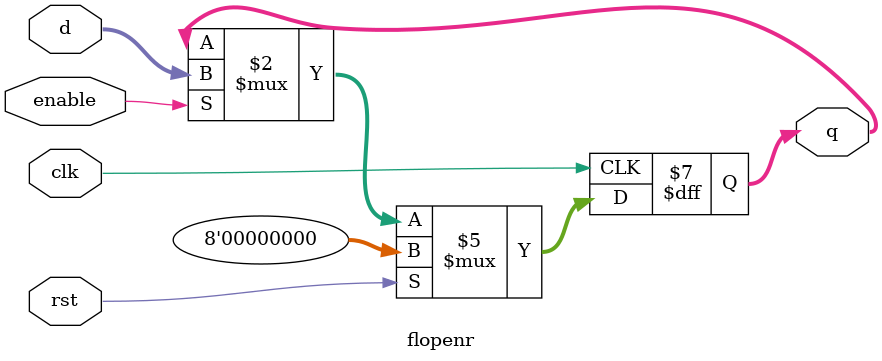
<source format=v>
`timescale 1ns / 1ps


module flopenr#(parameter N=8)(
    input clk,
    input rst,
    input enable,
    input [N-1:0]d,
    output reg[N-1:0]q
    );
    always@(posedge clk)begin
        if(rst)begin
            q<=0;
        end
        else if(enable) begin
            q<=d;
        end
    end
endmodule

</source>
